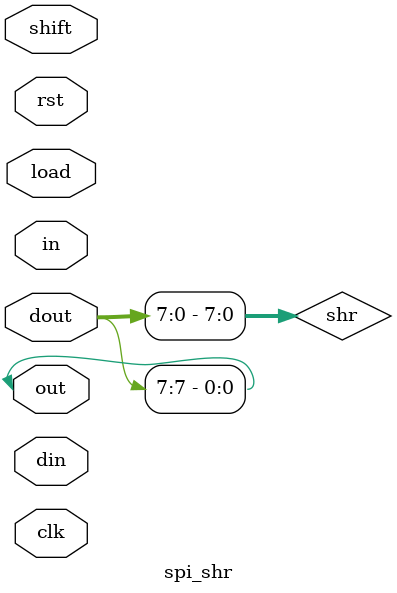
<source format=v>
`timescale 1ns / 1ps
module spi_shr(
    input clk,
    input rst,
    input load,
    input shift,
    input in,
    input [7:0] din,
    input out,
    input [7:0] dout
    );

reg [8:0] shr;

always @ (posedge clk)
begin
	if (rst)
		shr <= 0;
	else if (load)
		shr <= din;
	else if (shift)
		shr <= {shr[6:0], in};
	else
		shr <= shr;
end

assign dout = shr;
assign out = shr[7];

endmodule

</source>
